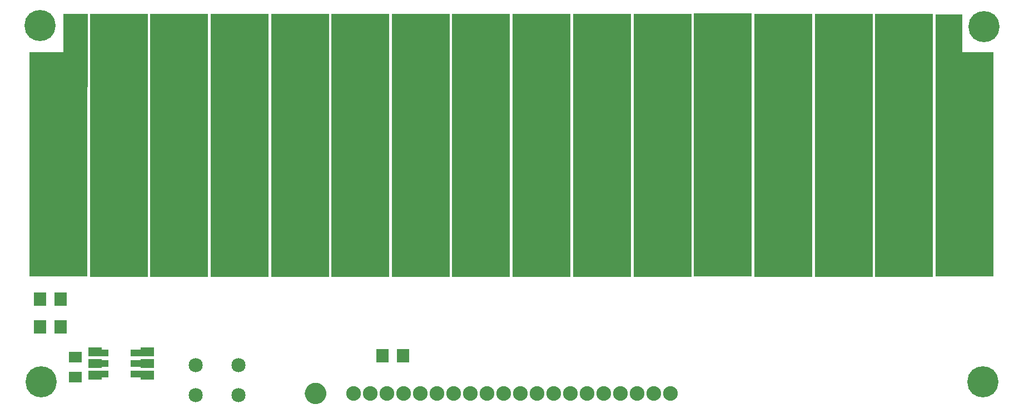
<source format=gts>
G04 MADE WITH FRITZING*
G04 WWW.FRITZING.ORG*
G04 DOUBLE SIDED*
G04 HOLES PLATED*
G04 CONTOUR ON CENTER OF CONTOUR VECTOR*
%ASAXBY*%
%FSLAX23Y23*%
%MOIN*%
%OFA0B0*%
%SFA1.0B1.0*%
%ADD10C,0.085000*%
%ADD11C,0.088000*%
%ADD12C,0.039370*%
%ADD13C,0.187165*%
%ADD14R,0.072992X0.084803*%
%ADD15R,0.348582X1.584800*%
%ADD16R,0.160978X0.417097*%
%ADD17R,0.149867X0.444874*%
%ADD18R,0.348582X1.348580*%
%ADD19C,0.010000*%
%ADD20R,0.001000X0.001000*%
%LNMASK1*%
G90*
G70*
G54D10*
X1313Y54D03*
X1057Y54D03*
X1313Y232D03*
X1057Y232D03*
G54D11*
X3903Y62D03*
X3803Y62D03*
X3703Y62D03*
X3603Y62D03*
X3503Y62D03*
X3403Y62D03*
X3303Y62D03*
X3203Y62D03*
X3103Y62D03*
X3003Y62D03*
X2903Y62D03*
X2803Y62D03*
X2703Y62D03*
X2603Y62D03*
X2503Y62D03*
X2403Y62D03*
X2303Y62D03*
X2203Y62D03*
X2103Y62D03*
X2003Y62D03*
G54D12*
X1777Y62D03*
G54D13*
X5785Y2267D03*
X132Y133D03*
X5777Y133D03*
X124Y2275D03*
G54D14*
X124Y629D03*
X246Y629D03*
G54D15*
X4218Y1558D03*
X3856Y1554D03*
X3494Y1554D03*
X3132Y1554D03*
X2769Y1554D03*
X2407Y1554D03*
X2045Y1554D03*
X1683Y1554D03*
X1321Y1554D03*
X958Y1554D03*
X596Y1554D03*
G54D16*
X5573Y2133D03*
G54D17*
X336Y2125D03*
G54D18*
X234Y1440D03*
G54D14*
X124Y464D03*
X246Y464D03*
X2179Y291D03*
X2301Y291D03*
G54D18*
X5667Y1440D03*
G54D15*
X5305Y1554D03*
X4943Y1554D03*
X4581Y1554D03*
G54D19*
G36*
X669Y200D02*
X728Y200D01*
X728Y161D01*
X669Y161D01*
X669Y200D01*
G37*
D02*
G36*
X669Y263D02*
X728Y263D01*
X728Y224D01*
X669Y224D01*
X669Y263D01*
G37*
D02*
G36*
X669Y326D02*
X728Y326D01*
X728Y287D01*
X669Y287D01*
X669Y326D01*
G37*
D02*
G36*
X476Y326D02*
X535Y326D01*
X535Y287D01*
X476Y287D01*
X476Y326D01*
G37*
D02*
G36*
X476Y263D02*
X535Y263D01*
X535Y224D01*
X476Y224D01*
X476Y263D01*
G37*
D02*
G36*
X476Y200D02*
X535Y200D01*
X535Y161D01*
X476Y161D01*
X476Y200D01*
G37*
D02*
G36*
X374Y251D02*
X299Y251D01*
X299Y314D01*
X374Y314D01*
X374Y251D01*
G37*
D02*
G36*
X374Y129D02*
X299Y129D01*
X299Y192D01*
X374Y192D01*
X374Y129D01*
G37*
D02*
G36*
X495Y146D02*
X415Y146D01*
X415Y199D01*
X495Y199D01*
X495Y146D01*
G37*
D02*
G36*
X495Y288D02*
X415Y288D01*
X415Y341D01*
X495Y341D01*
X495Y288D01*
G37*
D02*
G36*
X495Y217D02*
X415Y217D01*
X415Y270D01*
X495Y270D01*
X495Y217D01*
G37*
D02*
G36*
X809Y146D02*
X729Y146D01*
X729Y199D01*
X809Y199D01*
X809Y146D01*
G37*
D02*
G36*
X809Y217D02*
X729Y217D01*
X729Y270D01*
X809Y270D01*
X809Y217D01*
G37*
D02*
G36*
X809Y288D02*
X729Y288D01*
X729Y341D01*
X809Y341D01*
X809Y288D01*
G37*
D02*
G54D20*
X1768Y127D02*
X1785Y127D01*
X1763Y126D02*
X1791Y126D01*
X1759Y125D02*
X1795Y125D01*
X1756Y124D02*
X1798Y124D01*
X1753Y123D02*
X1801Y123D01*
X1751Y122D02*
X1803Y122D01*
X1749Y121D02*
X1805Y121D01*
X1747Y120D02*
X1807Y120D01*
X1745Y119D02*
X1808Y119D01*
X1743Y118D02*
X1810Y118D01*
X1742Y117D02*
X1812Y117D01*
X1740Y116D02*
X1813Y116D01*
X1739Y115D02*
X1814Y115D01*
X1738Y114D02*
X1816Y114D01*
X1736Y113D02*
X1817Y113D01*
X1735Y112D02*
X1818Y112D01*
X1734Y111D02*
X1819Y111D01*
X1733Y110D02*
X1820Y110D01*
X1732Y109D02*
X1822Y109D01*
X1731Y108D02*
X1822Y108D01*
X1730Y107D02*
X1823Y107D01*
X1729Y106D02*
X1824Y106D01*
X1728Y105D02*
X1825Y105D01*
X1727Y104D02*
X1826Y104D01*
X1727Y103D02*
X1827Y103D01*
X1726Y102D02*
X1827Y102D01*
X1725Y101D02*
X1828Y101D01*
X1725Y100D02*
X1829Y100D01*
X1724Y99D02*
X1830Y99D01*
X1723Y98D02*
X1830Y98D01*
X1723Y97D02*
X1831Y97D01*
X1722Y96D02*
X1831Y96D01*
X1721Y95D02*
X1832Y95D01*
X1721Y94D02*
X1833Y94D01*
X1720Y93D02*
X1833Y93D01*
X1720Y92D02*
X1834Y92D01*
X1719Y91D02*
X1834Y91D01*
X1719Y90D02*
X1835Y90D01*
X1718Y89D02*
X1835Y89D01*
X1718Y88D02*
X1835Y88D01*
X1718Y87D02*
X1836Y87D01*
X1717Y86D02*
X1836Y86D01*
X1717Y85D02*
X1837Y85D01*
X1717Y84D02*
X1837Y84D01*
X1716Y83D02*
X1837Y83D01*
X1716Y82D02*
X1838Y82D01*
X1716Y81D02*
X1838Y81D01*
X1715Y80D02*
X1838Y80D01*
X1715Y79D02*
X1838Y79D01*
X1715Y78D02*
X1839Y78D01*
X1715Y77D02*
X1839Y77D01*
X1714Y76D02*
X1839Y76D01*
X1714Y75D02*
X1839Y75D01*
X1714Y74D02*
X1839Y74D01*
X1714Y73D02*
X1839Y73D01*
X1714Y72D02*
X1840Y72D01*
X1714Y71D02*
X1840Y71D01*
X1714Y70D02*
X1840Y70D01*
X1713Y69D02*
X1840Y69D01*
X1713Y68D02*
X1840Y68D01*
X1713Y67D02*
X1840Y67D01*
X1713Y66D02*
X1840Y66D01*
X1713Y65D02*
X1840Y65D01*
X1713Y64D02*
X1840Y64D01*
X1713Y63D02*
X1840Y63D01*
X1713Y62D02*
X1840Y62D01*
X1713Y61D02*
X1840Y61D01*
X1713Y60D02*
X1840Y60D01*
X1713Y59D02*
X1840Y59D01*
X1714Y58D02*
X1840Y58D01*
X1714Y57D02*
X1840Y57D01*
X1714Y56D02*
X1840Y56D01*
X1714Y55D02*
X1839Y55D01*
X1714Y54D02*
X1839Y54D01*
X1714Y53D02*
X1839Y53D01*
X1714Y52D02*
X1839Y52D01*
X1715Y51D02*
X1839Y51D01*
X1715Y50D02*
X1839Y50D01*
X1715Y49D02*
X1838Y49D01*
X1715Y48D02*
X1838Y48D01*
X1716Y47D02*
X1838Y47D01*
X1716Y46D02*
X1838Y46D01*
X1716Y45D02*
X1837Y45D01*
X1716Y44D02*
X1837Y44D01*
X1717Y43D02*
X1837Y43D01*
X1717Y42D02*
X1836Y42D01*
X1717Y41D02*
X1836Y41D01*
X1718Y40D02*
X1836Y40D01*
X1718Y39D02*
X1835Y39D01*
X1719Y38D02*
X1835Y38D01*
X1719Y37D02*
X1834Y37D01*
X1720Y36D02*
X1834Y36D01*
X1720Y35D02*
X1833Y35D01*
X1721Y34D02*
X1833Y34D01*
X1721Y33D02*
X1832Y33D01*
X1722Y32D02*
X1832Y32D01*
X1722Y31D02*
X1831Y31D01*
X1723Y30D02*
X1830Y30D01*
X1724Y29D02*
X1830Y29D01*
X1724Y28D02*
X1829Y28D01*
X1725Y27D02*
X1828Y27D01*
X1726Y26D02*
X1828Y26D01*
X1726Y25D02*
X1827Y25D01*
X1727Y24D02*
X1826Y24D01*
X1728Y23D02*
X1825Y23D01*
X1729Y22D02*
X1825Y22D01*
X1730Y21D02*
X1824Y21D01*
X1731Y20D02*
X1823Y20D01*
X1731Y19D02*
X1822Y19D01*
X1732Y18D02*
X1821Y18D01*
X1734Y17D02*
X1820Y17D01*
X1735Y16D02*
X1819Y16D01*
X1736Y15D02*
X1818Y15D01*
X1737Y14D02*
X1816Y14D01*
X1738Y13D02*
X1815Y13D01*
X1740Y12D02*
X1814Y12D01*
X1741Y11D02*
X1812Y11D01*
X1743Y10D02*
X1811Y10D01*
X1744Y9D02*
X1809Y9D01*
X1746Y8D02*
X1807Y8D01*
X1748Y7D02*
X1806Y7D01*
X1750Y6D02*
X1804Y6D01*
X1752Y5D02*
X1802Y5D01*
X1755Y4D02*
X1799Y4D01*
X1757Y3D02*
X1796Y3D01*
X1761Y2D02*
X1792Y2D01*
X1765Y1D02*
X1788Y1D01*
X1773Y0D02*
X1780Y0D01*
D02*
G04 End of Mask1*
M02*
</source>
